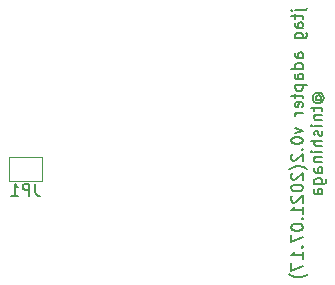
<source format=gbr>
%TF.GenerationSoftware,KiCad,Pcbnew,(5.1.8-0-10_14)*%
%TF.CreationDate,2021-07-18T19:29:13+09:00*%
%TF.ProjectId,ft2232_jtag_tap,66743232-3332-45f6-9a74-61675f746170,rev?*%
%TF.SameCoordinates,Original*%
%TF.FileFunction,Legend,Bot*%
%TF.FilePolarity,Positive*%
%FSLAX46Y46*%
G04 Gerber Fmt 4.6, Leading zero omitted, Abs format (unit mm)*
G04 Created by KiCad (PCBNEW (5.1.8-0-10_14)) date 2021-07-18 19:29:13*
%MOMM*%
%LPD*%
G01*
G04 APERTURE LIST*
%ADD10C,0.150000*%
%ADD11C,0.120000*%
G04 APERTURE END LIST*
D10*
X93360714Y-103990476D02*
X94217857Y-103990476D01*
X94313095Y-103942857D01*
X94360714Y-103847619D01*
X94360714Y-103800000D01*
X93027380Y-103990476D02*
X93075000Y-103942857D01*
X93122619Y-103990476D01*
X93075000Y-104038095D01*
X93027380Y-103990476D01*
X93122619Y-103990476D01*
X93360714Y-104323809D02*
X93360714Y-104704761D01*
X93027380Y-104466666D02*
X93884523Y-104466666D01*
X93979761Y-104514285D01*
X94027380Y-104609523D01*
X94027380Y-104704761D01*
X94027380Y-105466666D02*
X93503571Y-105466666D01*
X93408333Y-105419047D01*
X93360714Y-105323809D01*
X93360714Y-105133333D01*
X93408333Y-105038095D01*
X93979761Y-105466666D02*
X94027380Y-105371428D01*
X94027380Y-105133333D01*
X93979761Y-105038095D01*
X93884523Y-104990476D01*
X93789285Y-104990476D01*
X93694047Y-105038095D01*
X93646428Y-105133333D01*
X93646428Y-105371428D01*
X93598809Y-105466666D01*
X93360714Y-106371428D02*
X94170238Y-106371428D01*
X94265476Y-106323809D01*
X94313095Y-106276190D01*
X94360714Y-106180952D01*
X94360714Y-106038095D01*
X94313095Y-105942857D01*
X93979761Y-106371428D02*
X94027380Y-106276190D01*
X94027380Y-106085714D01*
X93979761Y-105990476D01*
X93932142Y-105942857D01*
X93836904Y-105895238D01*
X93551190Y-105895238D01*
X93455952Y-105942857D01*
X93408333Y-105990476D01*
X93360714Y-106085714D01*
X93360714Y-106276190D01*
X93408333Y-106371428D01*
X94027380Y-108038095D02*
X93503571Y-108038095D01*
X93408333Y-107990476D01*
X93360714Y-107895238D01*
X93360714Y-107704761D01*
X93408333Y-107609523D01*
X93979761Y-108038095D02*
X94027380Y-107942857D01*
X94027380Y-107704761D01*
X93979761Y-107609523D01*
X93884523Y-107561904D01*
X93789285Y-107561904D01*
X93694047Y-107609523D01*
X93646428Y-107704761D01*
X93646428Y-107942857D01*
X93598809Y-108038095D01*
X94027380Y-108942857D02*
X93027380Y-108942857D01*
X93979761Y-108942857D02*
X94027380Y-108847619D01*
X94027380Y-108657142D01*
X93979761Y-108561904D01*
X93932142Y-108514285D01*
X93836904Y-108466666D01*
X93551190Y-108466666D01*
X93455952Y-108514285D01*
X93408333Y-108561904D01*
X93360714Y-108657142D01*
X93360714Y-108847619D01*
X93408333Y-108942857D01*
X94027380Y-109847619D02*
X93503571Y-109847619D01*
X93408333Y-109800000D01*
X93360714Y-109704761D01*
X93360714Y-109514285D01*
X93408333Y-109419047D01*
X93979761Y-109847619D02*
X94027380Y-109752380D01*
X94027380Y-109514285D01*
X93979761Y-109419047D01*
X93884523Y-109371428D01*
X93789285Y-109371428D01*
X93694047Y-109419047D01*
X93646428Y-109514285D01*
X93646428Y-109752380D01*
X93598809Y-109847619D01*
X93360714Y-110323809D02*
X94360714Y-110323809D01*
X93408333Y-110323809D02*
X93360714Y-110419047D01*
X93360714Y-110609523D01*
X93408333Y-110704761D01*
X93455952Y-110752380D01*
X93551190Y-110800000D01*
X93836904Y-110800000D01*
X93932142Y-110752380D01*
X93979761Y-110704761D01*
X94027380Y-110609523D01*
X94027380Y-110419047D01*
X93979761Y-110323809D01*
X93360714Y-111085714D02*
X93360714Y-111466666D01*
X93027380Y-111228571D02*
X93884523Y-111228571D01*
X93979761Y-111276190D01*
X94027380Y-111371428D01*
X94027380Y-111466666D01*
X93979761Y-112180952D02*
X94027380Y-112085714D01*
X94027380Y-111895238D01*
X93979761Y-111800000D01*
X93884523Y-111752380D01*
X93503571Y-111752380D01*
X93408333Y-111800000D01*
X93360714Y-111895238D01*
X93360714Y-112085714D01*
X93408333Y-112180952D01*
X93503571Y-112228571D01*
X93598809Y-112228571D01*
X93694047Y-111752380D01*
X94027380Y-112657142D02*
X93360714Y-112657142D01*
X93551190Y-112657142D02*
X93455952Y-112704761D01*
X93408333Y-112752380D01*
X93360714Y-112847619D01*
X93360714Y-112942857D01*
X93360714Y-113942857D02*
X94027380Y-114180952D01*
X93360714Y-114419047D01*
X93027380Y-114990476D02*
X93027380Y-115085714D01*
X93075000Y-115180952D01*
X93122619Y-115228571D01*
X93217857Y-115276190D01*
X93408333Y-115323809D01*
X93646428Y-115323809D01*
X93836904Y-115276190D01*
X93932142Y-115228571D01*
X93979761Y-115180952D01*
X94027380Y-115085714D01*
X94027380Y-114990476D01*
X93979761Y-114895238D01*
X93932142Y-114847619D01*
X93836904Y-114799999D01*
X93646428Y-114752380D01*
X93408333Y-114752380D01*
X93217857Y-114799999D01*
X93122619Y-114847619D01*
X93075000Y-114895238D01*
X93027380Y-114990476D01*
X93932142Y-115752380D02*
X93979761Y-115799999D01*
X94027380Y-115752380D01*
X93979761Y-115704761D01*
X93932142Y-115752380D01*
X94027380Y-115752380D01*
X93122619Y-116180952D02*
X93075000Y-116228571D01*
X93027380Y-116323809D01*
X93027380Y-116561904D01*
X93075000Y-116657142D01*
X93122619Y-116704761D01*
X93217857Y-116752380D01*
X93313095Y-116752380D01*
X93455952Y-116704761D01*
X94027380Y-116133333D01*
X94027380Y-116752380D01*
X94408333Y-117466666D02*
X94360714Y-117419047D01*
X94217857Y-117323809D01*
X94122619Y-117276190D01*
X93979761Y-117228571D01*
X93741666Y-117180952D01*
X93551190Y-117180952D01*
X93313095Y-117228571D01*
X93170238Y-117276190D01*
X93075000Y-117323809D01*
X92932142Y-117419047D01*
X92884523Y-117466666D01*
X93122619Y-117799999D02*
X93075000Y-117847619D01*
X93027380Y-117942857D01*
X93027380Y-118180952D01*
X93075000Y-118276190D01*
X93122619Y-118323809D01*
X93217857Y-118371428D01*
X93313095Y-118371428D01*
X93455952Y-118323809D01*
X94027380Y-117752380D01*
X94027380Y-118371428D01*
X93027380Y-118990476D02*
X93027380Y-119085714D01*
X93075000Y-119180952D01*
X93122619Y-119228571D01*
X93217857Y-119276190D01*
X93408333Y-119323809D01*
X93646428Y-119323809D01*
X93836904Y-119276190D01*
X93932142Y-119228571D01*
X93979761Y-119180952D01*
X94027380Y-119085714D01*
X94027380Y-118990476D01*
X93979761Y-118895238D01*
X93932142Y-118847619D01*
X93836904Y-118799999D01*
X93646428Y-118752380D01*
X93408333Y-118752380D01*
X93217857Y-118799999D01*
X93122619Y-118847619D01*
X93075000Y-118895238D01*
X93027380Y-118990476D01*
X93122619Y-119704761D02*
X93075000Y-119752380D01*
X93027380Y-119847619D01*
X93027380Y-120085714D01*
X93075000Y-120180952D01*
X93122619Y-120228571D01*
X93217857Y-120276190D01*
X93313095Y-120276190D01*
X93455952Y-120228571D01*
X94027380Y-119657142D01*
X94027380Y-120276190D01*
X94027380Y-121228571D02*
X94027380Y-120657142D01*
X94027380Y-120942857D02*
X93027380Y-120942857D01*
X93170238Y-120847619D01*
X93265476Y-120752380D01*
X93313095Y-120657142D01*
X93932142Y-121657142D02*
X93979761Y-121704761D01*
X94027380Y-121657142D01*
X93979761Y-121609523D01*
X93932142Y-121657142D01*
X94027380Y-121657142D01*
X93027380Y-122323809D02*
X93027380Y-122419047D01*
X93075000Y-122514285D01*
X93122619Y-122561904D01*
X93217857Y-122609523D01*
X93408333Y-122657142D01*
X93646428Y-122657142D01*
X93836904Y-122609523D01*
X93932142Y-122561904D01*
X93979761Y-122514285D01*
X94027380Y-122419047D01*
X94027380Y-122323809D01*
X93979761Y-122228571D01*
X93932142Y-122180952D01*
X93836904Y-122133333D01*
X93646428Y-122085714D01*
X93408333Y-122085714D01*
X93217857Y-122133333D01*
X93122619Y-122180952D01*
X93075000Y-122228571D01*
X93027380Y-122323809D01*
X93027380Y-122990476D02*
X93027380Y-123657142D01*
X94027380Y-123228571D01*
X93932142Y-124038095D02*
X93979761Y-124085714D01*
X94027380Y-124038095D01*
X93979761Y-123990476D01*
X93932142Y-124038095D01*
X94027380Y-124038095D01*
X94027380Y-125038095D02*
X94027380Y-124466666D01*
X94027380Y-124752380D02*
X93027380Y-124752380D01*
X93170238Y-124657142D01*
X93265476Y-124561904D01*
X93313095Y-124466666D01*
X93027380Y-125371428D02*
X93027380Y-126038095D01*
X94027380Y-125609523D01*
X94408333Y-126323809D02*
X94360714Y-126371428D01*
X94217857Y-126466666D01*
X94122619Y-126514285D01*
X93979761Y-126561904D01*
X93741666Y-126609523D01*
X93551190Y-126609523D01*
X93313095Y-126561904D01*
X93170238Y-126514285D01*
X93075000Y-126466666D01*
X92932142Y-126371428D01*
X92884523Y-126323809D01*
X95201190Y-111633333D02*
X95153571Y-111585714D01*
X95105952Y-111490476D01*
X95105952Y-111395238D01*
X95153571Y-111300000D01*
X95201190Y-111252380D01*
X95296428Y-111204761D01*
X95391666Y-111204761D01*
X95486904Y-111252380D01*
X95534523Y-111300000D01*
X95582142Y-111395238D01*
X95582142Y-111490476D01*
X95534523Y-111585714D01*
X95486904Y-111633333D01*
X95105952Y-111633333D02*
X95486904Y-111633333D01*
X95534523Y-111680952D01*
X95534523Y-111728571D01*
X95486904Y-111823809D01*
X95391666Y-111871428D01*
X95153571Y-111871428D01*
X95010714Y-111776190D01*
X94915476Y-111633333D01*
X94867857Y-111442857D01*
X94915476Y-111252380D01*
X95010714Y-111109523D01*
X95153571Y-111014285D01*
X95344047Y-110966666D01*
X95534523Y-111014285D01*
X95677380Y-111109523D01*
X95772619Y-111252380D01*
X95820238Y-111442857D01*
X95772619Y-111633333D01*
X95677380Y-111776190D01*
X95010714Y-112157142D02*
X95010714Y-112538095D01*
X94677380Y-112300000D02*
X95534523Y-112300000D01*
X95629761Y-112347619D01*
X95677380Y-112442857D01*
X95677380Y-112538095D01*
X95010714Y-112871428D02*
X95677380Y-112871428D01*
X95105952Y-112871428D02*
X95058333Y-112919047D01*
X95010714Y-113014285D01*
X95010714Y-113157142D01*
X95058333Y-113252380D01*
X95153571Y-113300000D01*
X95677380Y-113300000D01*
X95677380Y-113776190D02*
X95010714Y-113776190D01*
X94677380Y-113776190D02*
X94725000Y-113728571D01*
X94772619Y-113776190D01*
X94725000Y-113823809D01*
X94677380Y-113776190D01*
X94772619Y-113776190D01*
X95629761Y-114204761D02*
X95677380Y-114300000D01*
X95677380Y-114490476D01*
X95629761Y-114585714D01*
X95534523Y-114633333D01*
X95486904Y-114633333D01*
X95391666Y-114585714D01*
X95344047Y-114490476D01*
X95344047Y-114347619D01*
X95296428Y-114252380D01*
X95201190Y-114204761D01*
X95153571Y-114204761D01*
X95058333Y-114252380D01*
X95010714Y-114347619D01*
X95010714Y-114490476D01*
X95058333Y-114585714D01*
X95677380Y-115061904D02*
X94677380Y-115061904D01*
X95677380Y-115490476D02*
X95153571Y-115490476D01*
X95058333Y-115442857D01*
X95010714Y-115347619D01*
X95010714Y-115204761D01*
X95058333Y-115109523D01*
X95105952Y-115061904D01*
X95677380Y-115966666D02*
X95010714Y-115966666D01*
X94677380Y-115966666D02*
X94725000Y-115919047D01*
X94772619Y-115966666D01*
X94725000Y-116014285D01*
X94677380Y-115966666D01*
X94772619Y-115966666D01*
X95010714Y-116442857D02*
X95677380Y-116442857D01*
X95105952Y-116442857D02*
X95058333Y-116490476D01*
X95010714Y-116585714D01*
X95010714Y-116728571D01*
X95058333Y-116823809D01*
X95153571Y-116871428D01*
X95677380Y-116871428D01*
X95677380Y-117776190D02*
X95153571Y-117776190D01*
X95058333Y-117728571D01*
X95010714Y-117633333D01*
X95010714Y-117442857D01*
X95058333Y-117347619D01*
X95629761Y-117776190D02*
X95677380Y-117680952D01*
X95677380Y-117442857D01*
X95629761Y-117347619D01*
X95534523Y-117300000D01*
X95439285Y-117300000D01*
X95344047Y-117347619D01*
X95296428Y-117442857D01*
X95296428Y-117680952D01*
X95248809Y-117776190D01*
X95010714Y-118680952D02*
X95820238Y-118680952D01*
X95915476Y-118633333D01*
X95963095Y-118585714D01*
X96010714Y-118490476D01*
X96010714Y-118347619D01*
X95963095Y-118252380D01*
X95629761Y-118680952D02*
X95677380Y-118585714D01*
X95677380Y-118395238D01*
X95629761Y-118300000D01*
X95582142Y-118252380D01*
X95486904Y-118204761D01*
X95201190Y-118204761D01*
X95105952Y-118252380D01*
X95058333Y-118300000D01*
X95010714Y-118395238D01*
X95010714Y-118585714D01*
X95058333Y-118680952D01*
X95677380Y-119585714D02*
X95153571Y-119585714D01*
X95058333Y-119538095D01*
X95010714Y-119442857D01*
X95010714Y-119252380D01*
X95058333Y-119157142D01*
X95629761Y-119585714D02*
X95677380Y-119490476D01*
X95677380Y-119252380D01*
X95629761Y-119157142D01*
X95534523Y-119109523D01*
X95439285Y-119109523D01*
X95344047Y-119157142D01*
X95296428Y-119252380D01*
X95296428Y-119490476D01*
X95248809Y-119585714D01*
D11*
%TO.C,JP1*%
X69120000Y-116430000D02*
X69120000Y-118430000D01*
X71920000Y-116430000D02*
X69120000Y-116430000D01*
X71920000Y-118430000D02*
X71920000Y-116430000D01*
X69120000Y-118430000D02*
X71920000Y-118430000D01*
D10*
X71353333Y-118682380D02*
X71353333Y-119396666D01*
X71400952Y-119539523D01*
X71496190Y-119634761D01*
X71639047Y-119682380D01*
X71734285Y-119682380D01*
X70877142Y-119682380D02*
X70877142Y-118682380D01*
X70496190Y-118682380D01*
X70400952Y-118730000D01*
X70353333Y-118777619D01*
X70305714Y-118872857D01*
X70305714Y-119015714D01*
X70353333Y-119110952D01*
X70400952Y-119158571D01*
X70496190Y-119206190D01*
X70877142Y-119206190D01*
X69353333Y-119682380D02*
X69924761Y-119682380D01*
X69639047Y-119682380D02*
X69639047Y-118682380D01*
X69734285Y-118825238D01*
X69829523Y-118920476D01*
X69924761Y-118968095D01*
%TD*%
M02*

</source>
